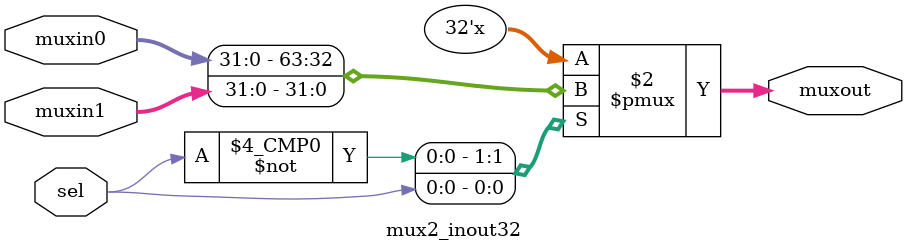
<source format=v>
`timescale 1ns / 1ps
module mux2_inout32(
    input [31:0] muxin0,
	 input [31:0] muxin1,
    output reg [31:0] muxout,
    input sel
    );

always @(*) begin
	
	case(sel)
		1'b0: muxout = muxin0;
		1'b1: muxout = muxin1;
	endcase
	
end

endmodule

</source>
